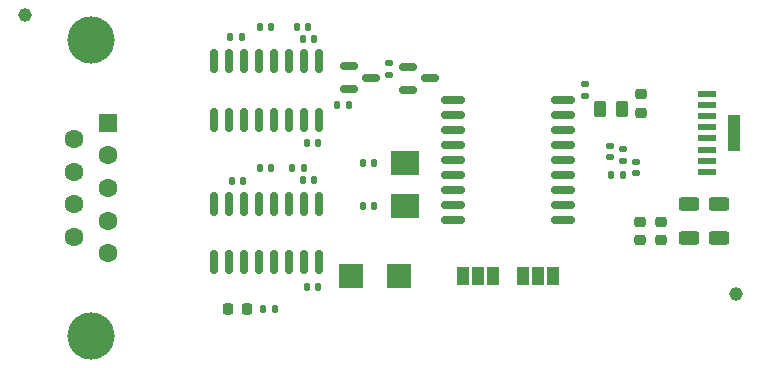
<source format=gbr>
%TF.GenerationSoftware,KiCad,Pcbnew,(6.0.4-0)*%
%TF.CreationDate,2022-03-21T10:12:57+01:00*%
%TF.ProjectId,IrDA_RS232,49724441-5f52-4533-9233-322e6b696361,rev?*%
%TF.SameCoordinates,Original*%
%TF.FileFunction,Soldermask,Top*%
%TF.FilePolarity,Negative*%
%FSLAX46Y46*%
G04 Gerber Fmt 4.6, Leading zero omitted, Abs format (unit mm)*
G04 Created by KiCad (PCBNEW (6.0.4-0)) date 2022-03-21 10:12:57*
%MOMM*%
%LPD*%
G01*
G04 APERTURE LIST*
G04 Aperture macros list*
%AMRoundRect*
0 Rectangle with rounded corners*
0 $1 Rounding radius*
0 $2 $3 $4 $5 $6 $7 $8 $9 X,Y pos of 4 corners*
0 Add a 4 corners polygon primitive as box body*
4,1,4,$2,$3,$4,$5,$6,$7,$8,$9,$2,$3,0*
0 Add four circle primitives for the rounded corners*
1,1,$1+$1,$2,$3*
1,1,$1+$1,$4,$5*
1,1,$1+$1,$6,$7*
1,1,$1+$1,$8,$9*
0 Add four rect primitives between the rounded corners*
20,1,$1+$1,$2,$3,$4,$5,0*
20,1,$1+$1,$4,$5,$6,$7,0*
20,1,$1+$1,$6,$7,$8,$9,0*
20,1,$1+$1,$8,$9,$2,$3,0*%
G04 Aperture macros list end*
%ADD10RoundRect,0.150000X0.875000X0.150000X-0.875000X0.150000X-0.875000X-0.150000X0.875000X-0.150000X0*%
%ADD11RoundRect,0.135000X-0.185000X0.135000X-0.185000X-0.135000X0.185000X-0.135000X0.185000X0.135000X0*%
%ADD12RoundRect,0.135000X0.135000X0.185000X-0.135000X0.185000X-0.135000X-0.185000X0.135000X-0.185000X0*%
%ADD13RoundRect,0.150000X-0.587500X-0.150000X0.587500X-0.150000X0.587500X0.150000X-0.587500X0.150000X0*%
%ADD14R,2.000000X2.000000*%
%ADD15RoundRect,0.140000X0.140000X0.170000X-0.140000X0.170000X-0.140000X-0.170000X0.140000X-0.170000X0*%
%ADD16RoundRect,0.225000X-0.250000X0.225000X-0.250000X-0.225000X0.250000X-0.225000X0.250000X0.225000X0*%
%ADD17R,1.000000X1.500000*%
%ADD18RoundRect,0.250000X0.625000X-0.312500X0.625000X0.312500X-0.625000X0.312500X-0.625000X-0.312500X0*%
%ADD19R,1.550000X0.600000*%
%ADD20R,1.100000X3.100000*%
%ADD21RoundRect,0.150000X-0.150000X0.825000X-0.150000X-0.825000X0.150000X-0.825000X0.150000X0.825000X0*%
%ADD22R,2.400000X2.000000*%
%ADD23RoundRect,0.140000X-0.140000X-0.170000X0.140000X-0.170000X0.140000X0.170000X-0.140000X0.170000X0*%
%ADD24C,1.152000*%
%ADD25RoundRect,0.218750X-0.218750X-0.256250X0.218750X-0.256250X0.218750X0.256250X-0.218750X0.256250X0*%
%ADD26RoundRect,0.140000X0.170000X-0.140000X0.170000X0.140000X-0.170000X0.140000X-0.170000X-0.140000X0*%
%ADD27RoundRect,0.140000X-0.170000X0.140000X-0.170000X-0.140000X0.170000X-0.140000X0.170000X0.140000X0*%
%ADD28C,4.000000*%
%ADD29R,1.600000X1.600000*%
%ADD30C,1.600000*%
%ADD31RoundRect,0.250000X-0.262500X-0.450000X0.262500X-0.450000X0.262500X0.450000X-0.262500X0.450000X0*%
G04 APERTURE END LIST*
D10*
%TO.C,U3*%
X64121700Y-61518800D03*
X64121700Y-60248800D03*
X64121700Y-58978800D03*
X64121700Y-57708800D03*
X64121700Y-56438800D03*
X64121700Y-55168800D03*
X64121700Y-53898800D03*
X64121700Y-52628800D03*
X64121700Y-51358800D03*
X54821700Y-51358800D03*
X54821700Y-52628800D03*
X54821700Y-53898800D03*
X54821700Y-55168800D03*
X54821700Y-56438800D03*
X54821700Y-57708800D03*
X54821700Y-58978800D03*
X54821700Y-60248800D03*
X54821700Y-61518800D03*
%TD*%
D11*
%TO.C,R9*%
X65938400Y-49985200D03*
X65938400Y-51005200D03*
%TD*%
%TO.C,R8*%
X49377600Y-48258000D03*
X49377600Y-49278000D03*
%TD*%
D12*
%TO.C,R7*%
X45976000Y-51765200D03*
X44956000Y-51765200D03*
%TD*%
D13*
%TO.C,Q1*%
X50952400Y-48580000D03*
X50952400Y-50480000D03*
X52827400Y-49530000D03*
%TD*%
%TO.C,D2*%
X45950900Y-48529200D03*
X45950900Y-50429200D03*
X47825900Y-49479200D03*
%TD*%
D14*
%TO.C,TP1*%
X50226100Y-66294000D03*
%TD*%
D15*
%TO.C,C5*%
X39392800Y-45161200D03*
X38432800Y-45161200D03*
%TD*%
D16*
%TO.C,C16*%
X72358800Y-61671500D03*
X72358800Y-63221500D03*
%TD*%
D12*
%TO.C,R3*%
X39702200Y-69037200D03*
X38682200Y-69037200D03*
%TD*%
D15*
%TO.C,C10*%
X37005200Y-58267600D03*
X36045200Y-58267600D03*
%TD*%
D17*
%TO.C,JP1*%
X63276000Y-66294000D03*
X61976000Y-66294000D03*
X60676000Y-66294000D03*
%TD*%
D11*
%TO.C,R1*%
X69174500Y-55524400D03*
X69174500Y-56544400D03*
%TD*%
D18*
%TO.C,R4*%
X77311800Y-63085500D03*
X77311800Y-60160500D03*
%TD*%
D19*
%TO.C,U4*%
X76286500Y-57477800D03*
X76286500Y-56527800D03*
X76286500Y-55577800D03*
X76286500Y-54627800D03*
X76286500Y-53677800D03*
X76286500Y-52727800D03*
X76286500Y-51777800D03*
X76286500Y-50827800D03*
D20*
X78611500Y-54152800D03*
%TD*%
D21*
%TO.C,U1*%
X43408600Y-48071000D03*
X42138600Y-48071000D03*
X40868600Y-48071000D03*
X39598600Y-48071000D03*
X38328600Y-48071000D03*
X37058600Y-48071000D03*
X35788600Y-48071000D03*
X34518600Y-48071000D03*
X34518600Y-53021000D03*
X35788600Y-53021000D03*
X37058600Y-53021000D03*
X38328600Y-53021000D03*
X39598600Y-53021000D03*
X40868600Y-53021000D03*
X42138600Y-53021000D03*
X43408600Y-53021000D03*
%TD*%
D15*
%TO.C,C6*%
X39392800Y-57150000D03*
X38432800Y-57150000D03*
%TD*%
D22*
%TO.C,Y1*%
X50683300Y-56671600D03*
X50683300Y-60371600D03*
%TD*%
D23*
%TO.C,C7*%
X42090400Y-46228000D03*
X43050400Y-46228000D03*
%TD*%
D21*
%TO.C,U2*%
X43408600Y-60161400D03*
X42138600Y-60161400D03*
X40868600Y-60161400D03*
X39598600Y-60161400D03*
X38328600Y-60161400D03*
X37058600Y-60161400D03*
X35788600Y-60161400D03*
X34518600Y-60161400D03*
X34518600Y-65111400D03*
X35788600Y-65111400D03*
X37058600Y-65111400D03*
X38328600Y-65111400D03*
X39598600Y-65111400D03*
X40868600Y-65111400D03*
X42138600Y-65111400D03*
X43408600Y-65111400D03*
%TD*%
D15*
%TO.C,C13*%
X48087300Y-60350400D03*
X47127300Y-60350400D03*
%TD*%
%TO.C,C14*%
X48087300Y-56692800D03*
X47127300Y-56692800D03*
%TD*%
D23*
%TO.C,C4*%
X41176000Y-57150000D03*
X42136000Y-57150000D03*
%TD*%
D24*
%TO.C,H1*%
X78740000Y-67818000D03*
%TD*%
D16*
%TO.C,C17*%
X70713600Y-50888900D03*
X70713600Y-52438900D03*
%TD*%
D25*
%TO.C,D1*%
X35737700Y-69037200D03*
X37312700Y-69037200D03*
%TD*%
D15*
%TO.C,C2*%
X43355200Y-67208400D03*
X42395200Y-67208400D03*
%TD*%
D24*
%TO.C,H2*%
X18542000Y-44196000D03*
%TD*%
D18*
%TO.C,R5*%
X74726800Y-63085500D03*
X74726800Y-60160500D03*
%TD*%
D26*
%TO.C,C11*%
X70292100Y-57581200D03*
X70292100Y-56621200D03*
%TD*%
D23*
%TO.C,C8*%
X42090400Y-58166000D03*
X43050400Y-58166000D03*
%TD*%
%TO.C,C3*%
X41582400Y-45161200D03*
X42542400Y-45161200D03*
%TD*%
D27*
%TO.C,C12*%
X68056900Y-55247600D03*
X68056900Y-56207600D03*
%TD*%
D28*
%TO.C,J1*%
X24128931Y-46316400D03*
X24128931Y-71316400D03*
D29*
X25548931Y-53276400D03*
D30*
X25548931Y-56046400D03*
X25548931Y-58816400D03*
X25548931Y-61586400D03*
X25548931Y-64356400D03*
X22708931Y-54661400D03*
X22708931Y-57431400D03*
X22708931Y-60201400D03*
X22708931Y-62971400D03*
%TD*%
D16*
%TO.C,C15*%
X70612000Y-61671500D03*
X70612000Y-63221500D03*
%TD*%
D12*
%TO.C,R2*%
X69176500Y-57710800D03*
X68156500Y-57710800D03*
%TD*%
D31*
%TO.C,R6*%
X67261100Y-52171900D03*
X69086100Y-52171900D03*
%TD*%
D15*
%TO.C,C9*%
X36903600Y-46075600D03*
X35943600Y-46075600D03*
%TD*%
D17*
%TO.C,JP2*%
X58196000Y-66294000D03*
X56896000Y-66294000D03*
X55596000Y-66294000D03*
%TD*%
D15*
%TO.C,C1*%
X43355200Y-55016400D03*
X42395200Y-55016400D03*
%TD*%
D14*
%TO.C,TP2*%
X46176100Y-66294000D03*
%TD*%
M02*

</source>
